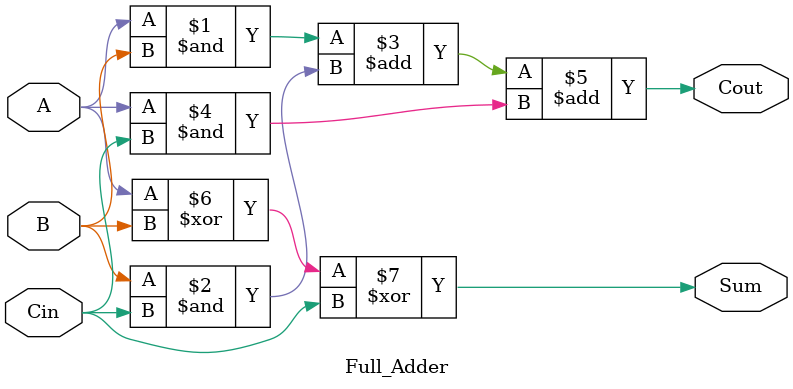
<source format=v>
`timescale 1ns / 1ps


module Full_Adder(
    input A,
    input B,
    input Cin,
    output Cout,
    output Sum
    );
    
    assign Cout = (A & B) + (B & Cin) + (A & Cin);
    assign Sum = A ^ B ^ Cin;
endmodule

</source>
